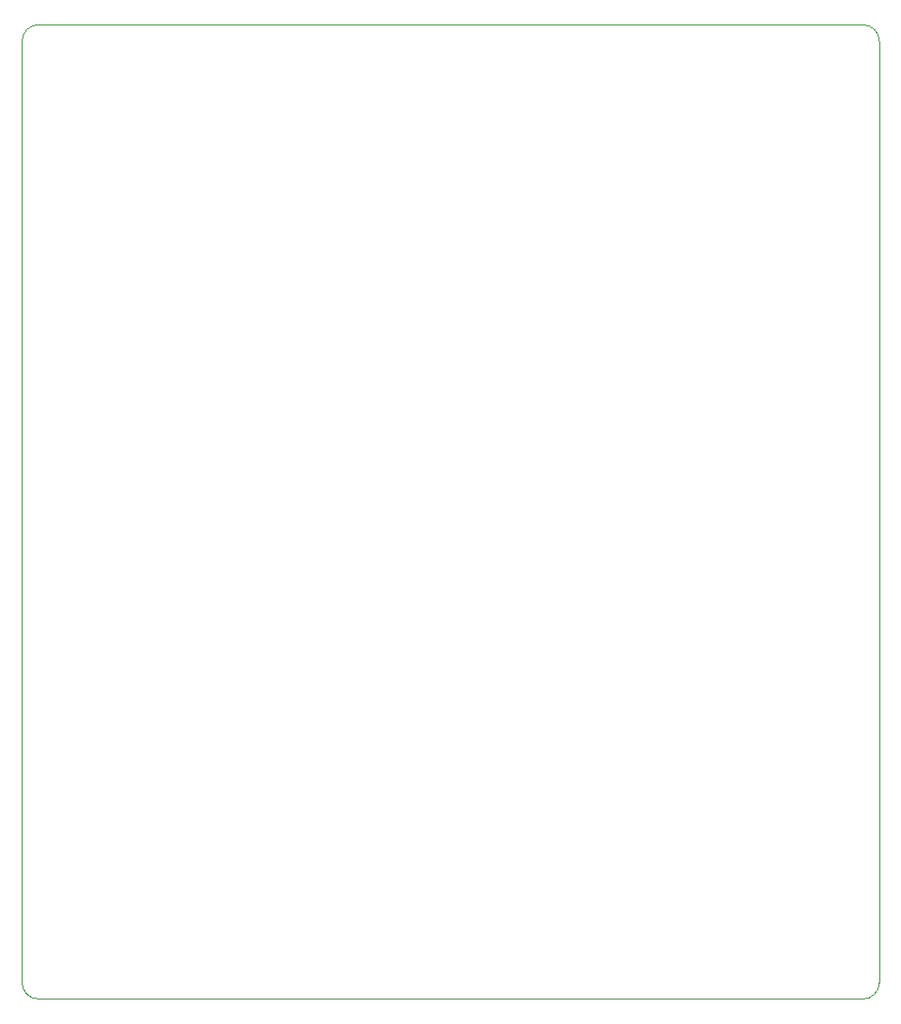
<source format=gm1>
G04 #@! TF.GenerationSoftware,KiCad,Pcbnew,(6.0.8)*
G04 #@! TF.CreationDate,2022-10-05T13:13:22-07:00*
G04 #@! TF.ProjectId,unified_elec_steering,756e6966-6965-4645-9f65-6c65635f7374,A*
G04 #@! TF.SameCoordinates,Original*
G04 #@! TF.FileFunction,Profile,NP*
%FSLAX46Y46*%
G04 Gerber Fmt 4.6, Leading zero omitted, Abs format (unit mm)*
G04 Created by KiCad (PCBNEW (6.0.8)) date 2022-10-05 13:13:22*
%MOMM*%
%LPD*%
G01*
G04 APERTURE LIST*
G04 #@! TA.AperFunction,Profile*
%ADD10C,0.100000*%
G04 #@! TD*
G04 APERTURE END LIST*
D10*
X173482000Y-55348000D02*
G75*
G03*
X171982000Y-53848000I-1500000J0D01*
G01*
X173482000Y-140000000D02*
X173482000Y-55348000D01*
X97795400Y-53848000D02*
X171982000Y-53848000D01*
X97795400Y-141500000D02*
X171982000Y-141500000D01*
X97795400Y-53848000D02*
G75*
G03*
X96295400Y-55348000I0J-1500000D01*
G01*
X96295400Y-140000000D02*
G75*
G03*
X97795400Y-141500000I1500000J0D01*
G01*
X171982000Y-141500000D02*
G75*
G03*
X173482000Y-140000000I0J1500000D01*
G01*
X96295400Y-140000000D02*
X96295400Y-55348000D01*
M02*

</source>
